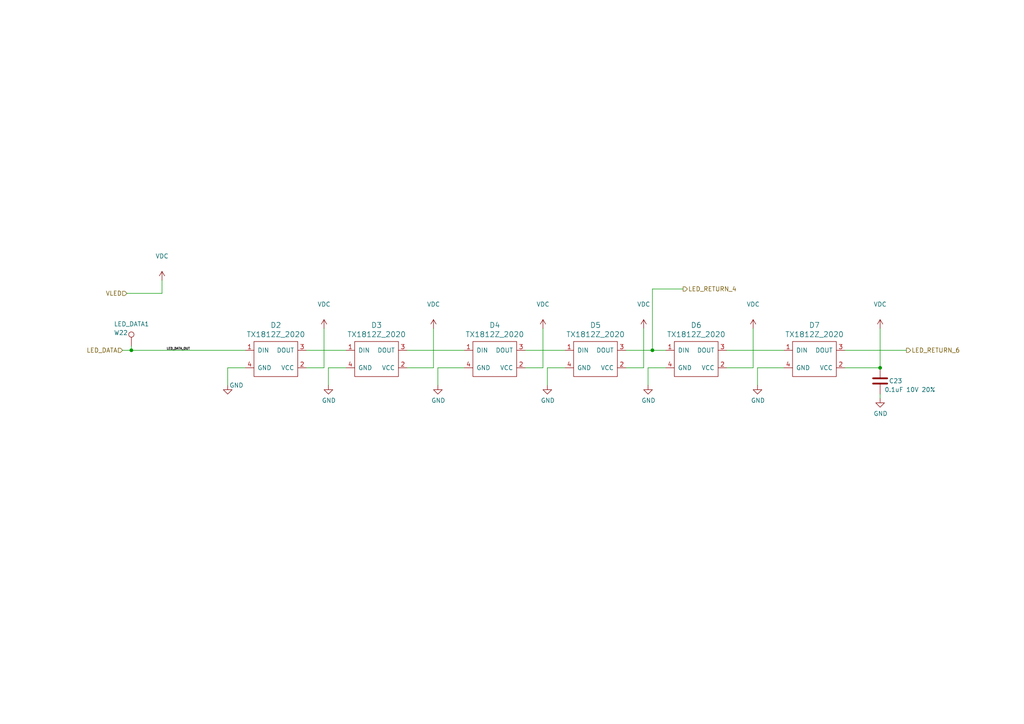
<source format=kicad_sch>
(kicad_sch (version 20211123) (generator eeschema)
  (paper "A4")
  (title_block (title "Pixels D6 Schematic, Main") (date "2022-08-26") (rev "3") (company "Systemic Games, LLC") (comment 1 "LED Chain"))
  (lib_symbols
    (symbol "Device:C" (pin_numbers hide) (pin_names (offset 0.254))
      (property "Reference" "C" (at 0.635 2.54 0))
      (property "Value" "C" (at 0.635 -2.54 0))
      (symbol "C_0_1"
        (polyline (pts (xy -2.032 -0.762) (xy 2.032 -0.762)) (stroke (width 0.508)))
        (polyline (pts (xy -2.032 0.762) (xy 2.032 0.762)) (stroke (width 0.508)))
      )
      (symbol "C_1_1"
        (pin passive line (at 0 3.81 270) (length 2.794) (name "~") (number "1"))
        (pin passive line (at 0 -3.81 90) (length 2.794) (name "~") (number "2"))
      )
    )
    (symbol "Pixels-dice:TEST_1P-conn" (pin_numbers hide) (pin_names (offset 0.762) hide) (in_bom no)
      (property "Reference" "W" (at 0 6.858 0))
      (property "Value" "TEST_1P-conn" (at 0 5.08 0))
      (symbol "TEST_1P-conn_0_1"
        (circle (center 0 3.302) (radius 0.762))
      )
      (symbol "TEST_1P-conn_1_1"
        (pin passive line (at 0 0 90) (length 2.54) (name "1") (number "1"))
      )
    )
    (symbol "Pixels-dice:TX1812Z_2020" (pin_names (offset 1.016))
      (property "Reference" "D" (at 0 -6.35 0))
      (property "Value" "TX1812Z_2020" (at 0 6.35 0))
      (symbol "TX1812Z_2020_0_1"
        (rectangle (start -6.35 5.08) (end 6.35 -5.08))
      )
      (symbol "TX1812Z_2020_1_1"
        (pin input line (at -8.89 2.54 0) (length 2.54) (name "DIN") (number "1"))
        (pin power_in line (at 8.89 -2.54 180) (length 2.54) (name "VCC") (number "2"))
        (pin output line (at 8.89 2.54 180) (length 2.54) (name "DOUT") (number "3"))
        (pin power_in line (at -8.89 -2.54 0) (length 2.54) (name "GND") (number "4"))
      )
    )
    (symbol "power:GND" (power) (pin_names (offset 0))
      (property "Value" "GND" (at 0 -3.81 0))
      (symbol "GND_0_1"
        (polyline (pts (xy 0 0) (xy 0 -1.27) (xy 1.27 -1.27) (xy 0 -2.54) (xy -1.27 -1.27) (xy 0 -1.27)))
      )
      (symbol "GND_1_1"
        (pin power_in line (at 0 0 270) (length 0) hide (name "GND") (number "1"))
      )
    )
    (symbol "power:VDC" (power) (pin_names (offset 0))
      (property "Value" "VDC" (at 0 6.35 0))
      (symbol "VDC_0_1"
        (polyline (pts (xy -0.762 1.27) (xy 0 2.54)))
        (polyline (pts (xy 0 0) (xy 0 2.54)))
        (polyline (pts (xy 0 2.54) (xy 0.762 1.27)))
      )
      (symbol "VDC_1_1"
        (pin power_in line (at 0 0 90) (length 0) hide (name "VDC") (number "1"))
      )
    )
  )
  (junction (at 189.23 101.6))
  (junction (at 38.1 101.6))
  (junction (at 255.27 106.68))
  (wire (pts (xy 118.11 106.68) (xy 125.73 106.68)))
  (wire (pts (xy 66.04 106.68) (xy 66.04 111.76)))
  (wire (pts (xy 219.71 106.68) (xy 219.71 111.76)))
  (wire (pts (xy 187.96 106.68) (xy 187.96 111.76)))
  (wire (pts (xy 255.27 114.3) (xy 255.27 115.57)))
  (wire (pts (xy 218.44 95.25) (xy 218.44 106.68)))
  (wire (pts (xy 181.61 106.68) (xy 186.69 106.68)))
  (wire (pts (xy 127 106.68) (xy 127 111.76)))
  (wire (pts (xy 210.82 106.68) (xy 218.44 106.68)))
  (wire (pts (xy 38.1 100.33) (xy 38.1 101.6)))
  (wire (pts (xy 189.23 101.6) (xy 193.04 101.6)))
  (wire (pts (xy 88.9 101.6) (xy 100.33 101.6)))
  (wire (pts (xy 66.04 106.68) (xy 71.12 106.68)))
  (wire (pts (xy 46.99 85.09) (xy 46.99 81.28)))
  (wire (pts (xy 210.82 101.6) (xy 227.33 101.6)))
  (wire (pts (xy 152.4 106.68) (xy 157.48 106.68)))
  (wire (pts (xy 255.27 95.25) (xy 255.27 106.68)))
  (wire (pts (xy 189.23 101.6) (xy 189.23 83.82)))
  (wire (pts (xy 38.1 101.6) (xy 71.12 101.6)))
  (wire (pts (xy 158.75 111.76) (xy 158.75 106.68)))
  (wire (pts (xy 125.73 95.25) (xy 125.73 106.68)))
  (wire (pts (xy 157.48 95.25) (xy 157.48 106.68)))
  (wire (pts (xy 245.11 106.68) (xy 255.27 106.68)))
  (wire (pts (xy 152.4 101.6) (xy 163.83 101.6)))
  (wire (pts (xy 95.25 106.68) (xy 100.33 106.68)))
  (wire (pts (xy 118.11 101.6) (xy 134.62 101.6)))
  (wire (pts (xy 189.23 83.82) (xy 198.12 83.82)))
  (wire (pts (xy 127 106.68) (xy 134.62 106.68)))
  (wire (pts (xy 187.96 106.68) (xy 193.04 106.68)))
  (wire (pts (xy 158.75 106.68) (xy 163.83 106.68)))
  (wire (pts (xy 181.61 101.6) (xy 189.23 101.6)))
  (wire (pts (xy 35.56 101.6) (xy 38.1 101.6)))
  (wire (pts (xy 88.9 106.68) (xy 93.98 106.68)))
  (wire (pts (xy 186.69 95.25) (xy 186.69 106.68)))
  (wire (pts (xy 93.98 95.25) (xy 93.98 106.68)))
  (wire (pts (xy 219.71 106.68) (xy 227.33 106.68)))
  (wire (pts (xy 36.83 85.09) (xy 46.99 85.09)))
  (wire (pts (xy 95.25 111.76) (xy 95.25 106.68)))
  (wire (pts (xy 245.11 101.6) (xy 262.89 101.6)))
  (label "LED_DATA_OUT" (at 48.26 101.6 0) (effects (font (size 0.635 0.635))))
  (hierarchical_label "LED_RETURN_6" (shape output) (at 262.89 101.6 0))
  (hierarchical_label "LED_DATA" (shape input) (at 35.56 101.6 180))
  (hierarchical_label "LED_RETURN_4" (shape output) (at 198.12 83.82 0))
  (hierarchical_label "VLED" (shape input) (at 36.83 85.09 180))
  (symbol (lib_id "Pixels-dice:TEST_1P-conn") (at 38.1 100.33 0) (unit 1) (in_bom no)
    (property "Reference" "W22" (at 33.02 96.52 0) (effects (justify left)))
    (property "Value" "LED_DATA1" (at 33.02 93.98 0) (effects (justify left)))
    (property "Footprint" "Pixels-dice:TEST_PIN" (effects hide))
    (property "Generic OK" "N/A" (effects hide))
  )
  (symbol (lib_id "power:VDC") (at 46.99 81.28 0) (unit 1)
    (property "Reference" "#PWR0102" (effects hide))
    (property "Value" "VDC" (at 46.99 74.295 0))
  )
  (symbol (lib_id "power:VDC") (at 93.98 95.25 0) (unit 1)
    (property "Reference" "#PWR0103" (effects hide))
    (property "Value" "VDC" (at 93.98 88.265 0))
  )
  (symbol (lib_id "power:VDC") (at 125.73 95.25 0) (unit 1)
    (property "Reference" "#PWR0104" (effects hide))
    (property "Value" "VDC" (at 125.73 88.265 0))
  )
  (symbol (lib_id "power:GND") (at 66.04 111.76 0) (unit 1)
    (property "Reference" "#PWR0105" (effects hide))
    (property "Value" "GND" (at 68.58 111.76 0))
  )
  (symbol (lib_id "power:GND") (at 95.25 111.76 0) (unit 1)
    (property "Reference" "#PWR0106" (effects hide))
    (property "Value" "GND" (at 95.377 116.1542 0))
  )
  (symbol (lib_id "power:VDC") (at 157.48 95.25 0) (unit 1)
    (property "Reference" "#PWR0107" (effects hide))
    (property "Value" "VDC" (at 157.48 88.265 0))
  )
  (symbol (lib_id "power:VDC") (at 186.69 95.25 0) (unit 1)
    (property "Reference" "#PWR0108" (effects hide))
    (property "Value" "VDC" (at 186.69 88.265 0))
  )
  (symbol (lib_id "power:GND") (at 127 111.76 0) (unit 1)
    (property "Reference" "#PWR0109" (effects hide))
    (property "Value" "GND" (at 127.127 116.1542 0))
  )
  (symbol (lib_id "power:GND") (at 158.75 111.76 0) (unit 1)
    (property "Reference" "#PWR0110" (effects hide))
    (property "Value" "GND" (at 158.877 116.1542 0))
  )
  (symbol (lib_id "power:VDC") (at 218.44 95.25 0) (unit 1)
    (property "Reference" "#PWR0111" (effects hide))
    (property "Value" "VDC" (at 218.44 88.265 0))
  )
  (symbol (lib_id "power:VDC") (at 255.27 95.25 0) (unit 1)
    (property "Reference" "#PWR0113" (effects hide))
    (property "Value" "VDC" (at 255.27 88.265 0))
  )
  (symbol (lib_id "power:GND") (at 219.71 111.76 0) (unit 1)
    (property "Reference" "#PWR0114" (effects hide))
    (property "Value" "GND" (at 219.837 116.1542 0))
  )
  (symbol (lib_id "power:GND") (at 187.96 111.76 0) (unit 1)
    (property "Reference" "#PWR0116" (effects hide))
    (property "Value" "GND" (at 188.087 116.1542 0))
  )
  (symbol (lib_id "Device:C") (at 255.27 110.49 0) (unit 1)
    (property "Reference" "C23" (at 257.81 110.49 0) (effects (justify left)))
    (property "Value" "0.1uF 10V 20%" (at 256.54 113.03 0) (effects (justify left)))
    (property "Footprint" "Capacitor_SMD:C_0402_1005Metric" (effects hide))
    (property "Generic OK" "YES" (effects hide))
    (property "Pixels Part Number" "SMD-C005" (effects hide))
    (property "Manufacturer" "Murata" (effects hide))
    (property "Manufacturer Part Number" "GRM155R61H104KE19D" (effects hide))
  )
  (symbol (lib_id "power:GND") (at 255.27 115.57 0) (unit 1)
    (property "Reference" "#PWR0140" (effects hide))
    (property "Value" "GND" (at 255.397 119.9642 0))
  )
  (symbol (lib_id "Pixels-dice:TX1812Z_2020") (at 80.01 104.14 0) (unit 1)
    (property "Reference" "D2" (at 80.01 94.3102 0) (effects (font (size 1.524 1.524))))
    (property "Value" "TX1812Z_2020" (at 80.01 97.0026 0) (effects (font (size 1.524 1.524))))
    (property "Footprint" "Pixels-dice:TX1812Z_2020" (effects hide))
    (property "Manufacturer" "TCWIN" (effects hide))
    (property "Manufacturer Part Number" "TX1812Z 2020" (effects hide))
    (property "Pixels Part Number" "SMD-D002-ALT2" (effects hide))
    (property "Generic OK" "NO" (effects hide))
  )
  (symbol (lib_id "Pixels-dice:TX1812Z_2020") (at 109.22 104.14 0) (unit 1)
    (property "Reference" "D3" (at 109.22 94.3102 0) (effects (font (size 1.524 1.524))))
    (property "Value" "TX1812Z_2020" (at 109.22 97.0026 0) (effects (font (size 1.524 1.524))))
    (property "Footprint" "Pixels-dice:TX1812Z_2020" (effects hide))
    (property "Manufacturer" "TCWIN" (effects hide))
    (property "Manufacturer Part Number" "TX1812Z 2020" (effects hide))
    (property "Pixels Part Number" "SMD-D002-ALT2" (effects hide))
    (property "Generic OK" "NO" (effects hide))
  )
  (symbol (lib_id "Pixels-dice:TX1812Z_2020") (at 143.51 104.14 0) (unit 1)
    (property "Reference" "D4" (at 143.51 94.3102 0) (effects (font (size 1.524 1.524))))
    (property "Value" "TX1812Z_2020" (at 143.51 97.0026 0) (effects (font (size 1.524 1.524))))
    (property "Footprint" "Pixels-dice:TX1812Z_2020" (effects hide))
    (property "Manufacturer" "TCWIN" (effects hide))
    (property "Manufacturer Part Number" "TX1812Z 2020" (effects hide))
    (property "Pixels Part Number" "SMD-D002-ALT2" (effects hide))
    (property "Generic OK" "NO" (effects hide))
  )
  (symbol (lib_id "Pixels-dice:TX1812Z_2020") (at 172.72 104.14 0) (unit 1)
    (property "Reference" "D5" (at 172.72 94.3102 0) (effects (font (size 1.524 1.524))))
    (property "Value" "TX1812Z_2020" (at 172.72 97.0026 0) (effects (font (size 1.524 1.524))))
    (property "Footprint" "Pixels-dice:TX1812Z_2020" (effects hide))
    (property "Manufacturer" "TCWIN" (effects hide))
    (property "Manufacturer Part Number" "TX1812Z 2020" (effects hide))
    (property "Pixels Part Number" "SMD-D002-ALT2" (effects hide))
    (property "Generic OK" "NO" (effects hide))
  )
  (symbol (lib_id "Pixels-dice:TX1812Z_2020") (at 201.93 104.14 0) (unit 1)
    (property "Reference" "D6" (at 201.93 94.3102 0) (effects (font (size 1.524 1.524))))
    (property "Value" "TX1812Z_2020" (at 201.93 97.0026 0) (effects (font (size 1.524 1.524))))
    (property "Footprint" "Pixels-dice:TX1812Z_2020" (effects hide))
    (property "Manufacturer" "TCWIN" (effects hide))
    (property "Manufacturer Part Number" "TX1812Z 2020" (effects hide))
    (property "Pixels Part Number" "SMD-D002-ALT2" (effects hide))
    (property "Generic OK" "NO" (effects hide))
  )
  (symbol (lib_id "Pixels-dice:TX1812Z_2020") (at 236.22 104.14 0) (unit 1)
    (property "Reference" "D7" (at 236.22 94.3102 0) (effects (font (size 1.524 1.524))))
    (property "Value" "TX1812Z_2020" (at 236.22 97.0026 0) (effects (font (size 1.524 1.524))))
    (property "Footprint" "Pixels-dice:TX1812Z_2020" (effects hide))
    (property "Manufacturer" "TCWIN" (effects hide))
    (property "Manufacturer Part Number" "TX1812Z 2020" (effects hide))
    (property "Pixels Part Number" "SMD-D002-ALT2" (effects hide))
    (property "Generic OK" "NO" (effects hide))
  )
)
</source>
